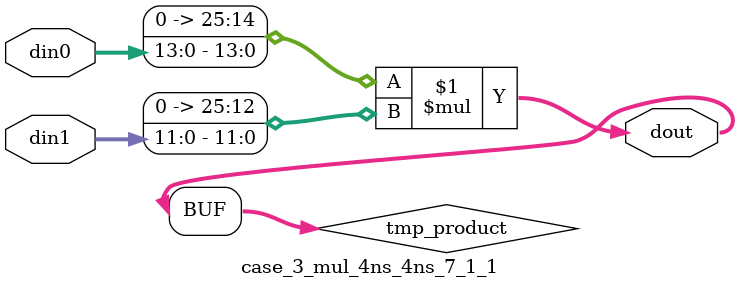
<source format=v>

`timescale 1 ns / 1 ps

 (* use_dsp = "no" *)  module case_3_mul_4ns_4ns_7_1_1(din0, din1, dout);
parameter ID = 1;
parameter NUM_STAGE = 0;
parameter din0_WIDTH = 14;
parameter din1_WIDTH = 12;
parameter dout_WIDTH = 26;

input [din0_WIDTH - 1 : 0] din0; 
input [din1_WIDTH - 1 : 0] din1; 
output [dout_WIDTH - 1 : 0] dout;

wire signed [dout_WIDTH - 1 : 0] tmp_product;
























assign tmp_product = $signed({1'b0, din0}) * $signed({1'b0, din1});











assign dout = tmp_product;





















endmodule

</source>
